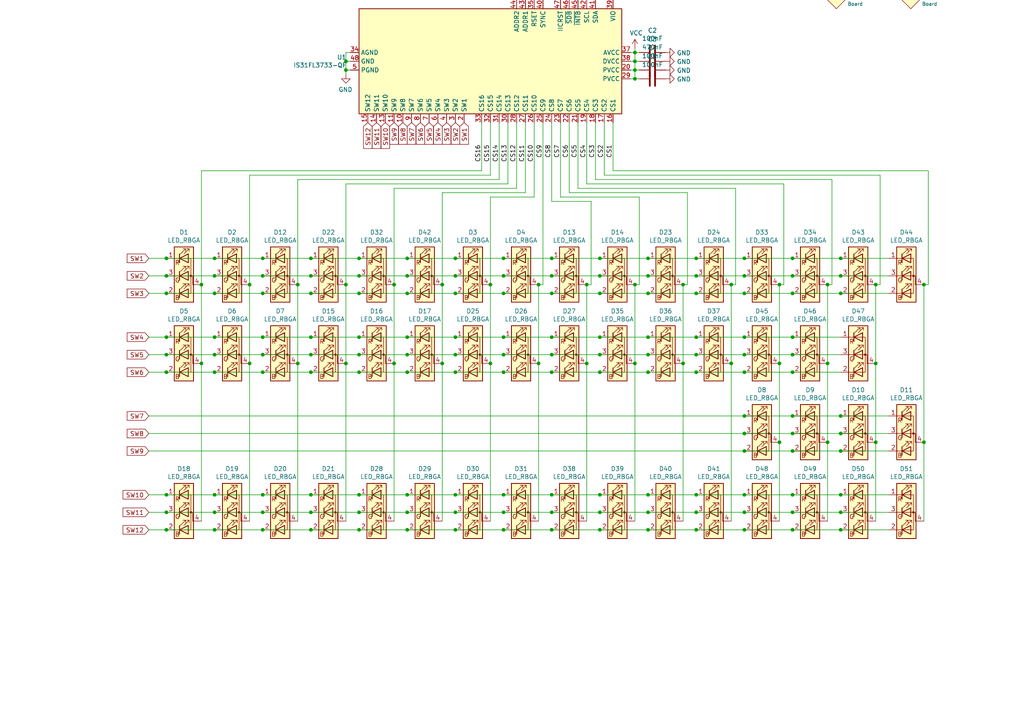
<source format=kicad_sch>
(kicad_sch (version 20211123) (generator eeschema)
  (paper "A4")
  (lib_symbols
    (symbol "Connector:Conn_01x04_Female" (pin_names (offset 1.016) hide)
      (property "Reference" "J" (at 0 5.08 0))
      (property "Value" "Conn_01x04_Female" (at 0 -7.62 0))
      (symbol "Conn_01x04_Female_1_1"
        (pin passive line (at -5.08 2.54 0) (length 3.81) (name "Pin_1") (number "1"))
        (pin passive line (at -5.08 0 0) (length 3.81) (name "Pin_2") (number "2"))
        (pin passive line (at -5.08 -2.54 0) (length 3.81) (name "Pin_3") (number "3"))
        (pin passive line (at -5.08 -5.08 0) (length 3.81) (name "Pin_4") (number "4"))
      )
    )
    (symbol "Device:C" (pin_numbers hide) (pin_names (offset 0.254))
      (property "Reference" "C" (at 0.635 2.54 0))
      (property "Value" "C" (at 0.635 -2.54 0))
      (symbol "C_1_1"
        (pin passive line (at 0 3.81 270) (length 2.794) (name "~") (number "1"))
        (pin passive line (at 0 -3.81 90) (length 2.794) (name "~") (number "2"))
      )
    )
    (symbol "Device:R" (pin_numbers hide) (pin_names (offset 0))
      (property "Reference" "R" (at 2.032 0 90))
      (property "Value" "R" (at 0 0 90))
      (symbol "R_1_1"
        (pin passive line (at 0 3.81 270) (length 1.27) (name "~") (number "1"))
        (pin passive line (at 0 -3.81 90) (length 1.27) (name "~") (number "2"))
      )
    )
    (symbol "Driver_LED:IS31FL3733-QF"
      (property "Reference" "U" (at 0 1.27 0))
      (property "Value" "IS31FL3733-QF" (at 0 -1.27 0))
      (symbol "IS31FL3733-QF_1_1"
        (pin no_connect line (at -15.24 -33.02 0) (length 2.54) hide (name "NC") (number "1"))
        (pin input line (at 17.78 -25.4 180) (length 2.54) (name "SW8") (number "10"))
        (pin input line (at 17.78 -27.94 180) (length 2.54) (name "SW9") (number "11"))
        (pin passive line (at 2.54 -40.64 90) (length 2.54) hide (name "PGND") (number "12"))
        (pin input line (at 17.78 -30.48 180) (length 2.54) (name "SW10") (number "13"))
        (pin input line (at 17.78 -33.02 180) (length 2.54) (name "SW11") (number "14"))
        (pin input line (at 17.78 -35.56 180) (length 2.54) (name "SW12") (number "15"))
        (pin output line (at 17.78 35.56 180) (length 2.54) (name "CS1") (number "16"))
        (pin output line (at 17.78 33.02 180) (length 2.54) (name "CS2") (number "17"))
        (pin output line (at 17.78 30.48 180) (length 2.54) (name "CS3") (number "18"))
        (pin output line (at 17.78 27.94 180) (length 2.54) (name "CS4") (number "19"))
        (pin input line (at 17.78 -7.62 180) (length 2.54) (name "SW1") (number "2"))
        (pin power_in line (at 2.54 40.64 270) (length 2.54) (name "PVCC") (number "20"))
        (pin output line (at 17.78 25.4 180) (length 2.54) (name "CS5") (number "21"))
        (pin output line (at 17.78 22.86 180) (length 2.54) (name "CS6") (number "22"))
        (pin output line (at 17.78 20.32 180) (length 2.54) (name "CS7") (number "23"))
        (pin output line (at 17.78 17.78 180) (length 2.54) (name "CS8") (number "24"))
        (pin output line (at 17.78 15.24 180) (length 2.54) (name "CS9") (number "25"))
        (pin output line (at 17.78 12.7 180) (length 2.54) (name "CS10") (number "26"))
        (pin output line (at 17.78 10.16 180) (length 2.54) (name "CS11") (number "27"))
        (pin output line (at 17.78 7.62 180) (length 2.54) (name "CS12") (number "28"))
        (pin power_in line (at 5.08 40.64 270) (length 2.54) (name "PVCC") (number "29"))
        (pin input line (at 17.78 -10.16 180) (length 2.54) (name "SW2") (number "3"))
        (pin output line (at 17.78 5.08 180) (length 2.54) (name "CS13") (number "30"))
        (pin output line (at 17.78 2.54 180) (length 2.54) (name "CS14") (number "31"))
        (pin output line (at 17.78 0 180) (length 2.54) (name "CS15") (number "32"))
        (pin output line (at 17.78 -2.54 180) (length 2.54) (name "CS16") (number "33"))
        (pin power_in line (at -2.54 -40.64 90) (length 2.54) (name "AGND") (number "34"))
        (pin passive line (at -17.78 12.7 0) (length 2.54) (name "RSET") (number "35"))
        (pin no_connect line (at -15.24 -35.56 0) (length 2.54) hide (name "NC") (number "36"))
        (pin power_in line (at -2.54 40.64 270) (length 2.54) (name "AVCC") (number "37"))
        (pin power_in line (at 0 40.64 270) (length 2.54) (name "DVCC") (number "38"))
        (pin input line (at -17.78 35.56 0) (length 2.54) (name "VIO") (number "39"))
        (pin input line (at 17.78 -12.7 180) (length 2.54) (name "SW3") (number "4"))
        (pin input line (at -17.78 15.24 0) (length 2.54) (name "SYNC") (number "40"))
        (pin bidirectional line (at -17.78 30.48 0) (length 2.54) (name "SDA") (number "41"))
        (pin input line (at -17.78 27.94 0) (length 2.54) (name "SCL") (number "42"))
        (pin input line (at -17.78 10.16 0) (length 2.54) (name "ADDR1") (number "43"))
        (pin input line (at -17.78 7.62 0) (length 2.54) (name "ADDR2") (number "44"))
        (pin open_collector line (at -17.78 25.4 0) (length 2.54) (name "~{INTB}") (number "45"))
        (pin input line (at -17.78 22.86 0) (length 2.54) (name "~{SDB}") (number "46"))
        (pin input line (at -17.78 20.32 0) (length 2.54) (name "IICRST") (number "47"))
        (pin power_in line (at 0 -40.64 90) (length 2.54) (name "GND") (number "48"))
        (pin passive line (at 0 -40.64 90) (length 2.54) hide (name "GND") (number "49"))
        (pin power_in line (at 2.54 -40.64 90) (length 2.54) (name "PGND") (number "5"))
        (pin input line (at 17.78 -15.24 180) (length 2.54) (name "SW4") (number "6"))
        (pin input line (at 17.78 -17.78 180) (length 2.54) (name "SW5") (number "7"))
        (pin input line (at 17.78 -20.32 180) (length 2.54) (name "SW6") (number "8"))
        (pin input line (at 17.78 -22.86 180) (length 2.54) (name "SW7") (number "9"))
      )
    )
    (symbol "dodecahedron_boards:Board" (pin_names (offset 1.016))
      (property "Reference" "U" (at 0 1.27 0))
      (property "Value" "Board" (at 0 0 0))
    )
    (symbol "dodecahedron_boards:Jumper4" (pin_names (offset 1.016))
      (property "Reference" "U" (at 0 6.35 0))
      (property "Value" "Jumper4" (at 0 -6.35 0))
      (symbol "Jumper4_1_1"
        (pin input line (at -8.89 3.81 0) (length 2.54) (name "Pos1") (number "1"))
        (pin input line (at -8.89 1.27 0) (length 2.54) (name "Pos2") (number "2"))
        (pin input line (at -8.89 -1.27 0) (length 2.54) (name "Pos3") (number "3"))
        (pin input line (at -8.89 -3.81 0) (length 2.54) (name "Pos4") (number "4"))
        (pin input line (at 10.16 3.81 180) (length 2.54) (name "Switch") (number "5"))
      )
    )
    (symbol "dodecahedron_boards:LED_RBGA" (pin_names (offset 0) hide)
      (property "Reference" "D" (at 0 9.398 0))
      (property "Value" "LED_RBGA" (at 0 -8.89 0))
      (symbol "LED_RBGA_0_0"
        (text "B" (at -1.905 -6.35 0) (effects (font (size 1.27 1.27))))
        (text "G" (at -1.905 -1.27 0) (effects (font (size 1.27 1.27))))
        (text "R" (at -1.905 3.81 0) (effects (font (size 1.27 1.27))))
      )
      (symbol "LED_RBGA_1_1"
        (pin passive line (at -5.08 5.08 0) (length 2.54) (name "RK") (number "1"))
        (pin passive line (at -5.08 -5.08 0) (length 2.54) (name "BK") (number "2"))
        (pin passive line (at -5.08 0 0) (length 2.54) (name "GK") (number "3"))
        (pin passive line (at 5.08 -2.54 180) (length 2.54) (name "A") (number "4"))
      )
    )
    (symbol "power:GND" (power) (pin_names (offset 0))
      (property "Value" "GND" (at 0 -3.81 0))
      (symbol "GND_1_1"
        (pin power_in line (at 0 0 270) (length 0) hide (name "GND") (number "1"))
      )
    )
    (symbol "power:VCC" (power) (pin_names (offset 0))
      (property "Value" "VCC" (at 0 3.81 0))
      (symbol "VCC_1_1"
        (pin power_in line (at 0 0 90) (length 0) hide (name "VCC") (number "1"))
      )
    )
  )
  (junction (at 62.23 102.87))
  (junction (at 173.99 148.59))
  (junction (at 198.12 105.41))
  (junction (at 156.21 82.55))
  (junction (at 215.9 120.65))
  (junction (at 132.08 102.87))
  (junction (at 215.9 80.01))
  (junction (at 76.2 143.51))
  (junction (at 215.9 148.59))
  (junction (at 48.26 153.67))
  (junction (at 243.84 148.59))
  (junction (at 62.23 80.01))
  (junction (at 243.84 153.67))
  (junction (at 267.97 82.55))
  (junction (at 142.24 105.41))
  (junction (at 62.23 97.79))
  (junction (at 170.18 -12.7))
  (junction (at 128.27 105.41))
  (junction (at 90.17 97.79))
  (junction (at 198.12 82.55))
  (junction (at 212.09 82.55))
  (junction (at 86.36 82.55))
  (junction (at 229.87 74.93))
  (junction (at 104.14 102.87))
  (junction (at 132.08 148.59))
  (junction (at 177.8 -12.7))
  (junction (at 215.9 97.79))
  (junction (at 104.14 148.59))
  (junction (at 243.84 80.01))
  (junction (at 172.72 -12.7))
  (junction (at 173.99 74.93))
  (junction (at 76.2 148.59))
  (junction (at 90.17 107.95))
  (junction (at 100.33 105.41))
  (junction (at 254 105.41))
  (junction (at 48.26 107.95))
  (junction (at 118.11 97.79))
  (junction (at 160.02 107.95))
  (junction (at 90.17 102.87))
  (junction (at 173.99 80.01))
  (junction (at 243.84 74.93))
  (junction (at 187.96 107.95))
  (junction (at 76.2 97.79))
  (junction (at 128.27 82.55))
  (junction (at 173.99 143.51))
  (junction (at 48.26 148.59))
  (junction (at 243.84 125.73))
  (junction (at 215.9 85.09))
  (junction (at 62.23 148.59))
  (junction (at 76.2 80.01))
  (junction (at 146.05 143.51))
  (junction (at 187.96 74.93))
  (junction (at 187.96 153.67))
  (junction (at 243.84 120.65))
  (junction (at 48.26 143.51))
  (junction (at 175.26 -12.7))
  (junction (at 240.03 105.41))
  (junction (at 104.14 97.79))
  (junction (at 173.99 107.95))
  (junction (at 156.21 105.41))
  (junction (at 86.36 105.41))
  (junction (at 72.39 105.41))
  (junction (at 229.87 120.65))
  (junction (at 76.2 85.09))
  (junction (at 201.93 143.51))
  (junction (at 229.87 97.79))
  (junction (at 187.96 148.59))
  (junction (at 184.15 22.86))
  (junction (at 215.9 130.81))
  (junction (at 160.02 80.01))
  (junction (at 229.87 125.73))
  (junction (at 90.17 148.59))
  (junction (at 100.33 20.32))
  (junction (at 173.99 102.87))
  (junction (at 132.08 107.95))
  (junction (at 243.84 143.51))
  (junction (at 90.17 85.09))
  (junction (at 187.96 102.87))
  (junction (at 226.06 82.55))
  (junction (at 90.17 143.51))
  (junction (at 212.09 105.41))
  (junction (at 160.02 85.09))
  (junction (at 160.02 143.51))
  (junction (at 118.11 80.01))
  (junction (at 132.08 153.67))
  (junction (at 187.96 97.79))
  (junction (at 48.26 85.09))
  (junction (at 132.08 74.93))
  (junction (at 177.8 -2.54))
  (junction (at 215.9 74.93))
  (junction (at 118.11 143.51))
  (junction (at 243.84 85.09))
  (junction (at 62.23 153.67))
  (junction (at 146.05 153.67))
  (junction (at 215.9 107.95))
  (junction (at 184.15 15.24))
  (junction (at 76.2 102.87))
  (junction (at 118.11 74.93))
  (junction (at 215.9 153.67))
  (junction (at 229.87 85.09))
  (junction (at 243.84 130.81))
  (junction (at 146.05 148.59))
  (junction (at 132.08 143.51))
  (junction (at 142.24 82.55))
  (junction (at 201.93 74.93))
  (junction (at 229.87 80.01))
  (junction (at 201.93 153.67))
  (junction (at 114.3 105.41))
  (junction (at 215.9 102.87))
  (junction (at 226.06 105.41))
  (junction (at 201.93 102.87))
  (junction (at 173.99 97.79))
  (junction (at 146.05 97.79))
  (junction (at 160.02 148.59))
  (junction (at 76.2 107.95))
  (junction (at 240.03 82.55))
  (junction (at 90.17 80.01))
  (junction (at 229.87 143.51))
  (junction (at 146.05 85.09))
  (junction (at 58.42 105.41))
  (junction (at 160.02 97.79))
  (junction (at 173.99 153.67))
  (junction (at 76.2 74.93))
  (junction (at 201.93 97.79))
  (junction (at 100.33 17.78))
  (junction (at 229.87 153.67))
  (junction (at 173.99 85.09))
  (junction (at 187.96 143.51))
  (junction (at 132.08 85.09))
  (junction (at 215.9 143.51))
  (junction (at 62.23 85.09))
  (junction (at 201.93 148.59))
  (junction (at 146.05 80.01))
  (junction (at 170.18 82.55))
  (junction (at 104.14 80.01))
  (junction (at 254 128.27))
  (junction (at 201.93 107.95))
  (junction (at 62.23 107.95))
  (junction (at 184.15 17.78))
  (junction (at 118.11 148.59))
  (junction (at 229.87 107.95))
  (junction (at 170.18 105.41))
  (junction (at 62.23 74.93))
  (junction (at 162.56 -17.78))
  (junction (at 114.3 82.55))
  (junction (at 118.11 107.95))
  (junction (at 132.08 80.01))
  (junction (at 184.15 105.41))
  (junction (at 240.03 128.27))
  (junction (at 184.15 82.55))
  (junction (at 48.26 97.79))
  (junction (at 48.26 80.01))
  (junction (at 187.96 80.01))
  (junction (at 100.33 82.55))
  (junction (at 146.05 102.87))
  (junction (at 58.42 82.55))
  (junction (at 104.14 85.09))
  (junction (at 132.08 97.79))
  (junction (at 48.26 74.93))
  (junction (at 104.14 107.95))
  (junction (at 146.05 74.93))
  (junction (at 76.2 153.67))
  (junction (at 201.93 85.09))
  (junction (at 229.87 130.81))
  (junction (at 160.02 153.67))
  (junction (at 62.23 143.51))
  (junction (at 104.14 153.67))
  (junction (at 90.17 74.93))
  (junction (at 146.05 107.95))
  (junction (at 254 82.55))
  (junction (at 229.87 102.87))
  (junction (at 72.39 82.55))
  (junction (at 160.02 102.87))
  (junction (at 226.06 128.27))
  (junction (at 201.93 80.01))
  (junction (at 104.14 74.93))
  (junction (at 118.11 85.09))
  (junction (at 48.26 102.87))
  (junction (at 187.96 85.09))
  (junction (at 160.02 74.93))
  (junction (at 267.97 128.27))
  (junction (at 215.9 125.73))
  (junction (at 229.87 148.59))
  (junction (at 154.94 -17.78))
  (junction (at 118.11 102.87))
  (junction (at 118.11 153.67))
  (junction (at 184.15 20.32))
  (junction (at 90.17 153.67))
  (junction (at 104.14 143.51))
  (wire (pts (xy 170.18 53.34) (xy 170.18 35.56)))
  (wire (pts (xy 243.84 153.67) (xy 257.81 153.67)))
  (wire (pts (xy 165.1 -17.78) (xy 165.1 -16.51)))
  (wire (pts (xy 201.93 80.01) (xy 187.96 80.01)))
  (wire (pts (xy 165.1 0) (xy 165.1 -8.89)))
  (wire (pts (xy 212.09 105.41) (xy 212.09 82.55)))
  (wire (pts (xy 215.9 153.67) (xy 229.87 153.67)))
  (wire (pts (xy 132.08 97.79) (xy 146.05 97.79)))
  (wire (pts (xy 101.6 20.32) (xy 100.33 20.32)))
  (wire (pts (xy 104.14 74.93) (xy 90.17 74.93)))
  (wire (pts (xy 187.96 153.67) (xy 201.93 153.67)))
  (wire (pts (xy 198.12 105.41) (xy 198.12 82.55)))
  (wire (pts (xy 146.05 107.95) (xy 132.08 107.95)))
  (wire (pts (xy 184.15 20.32) (xy 184.15 17.78)))
  (wire (pts (xy 243.84 74.93) (xy 229.87 74.93)))
  (wire (pts (xy 104.14 102.87) (xy 118.11 102.87)))
  (wire (pts (xy 254 151.13) (xy 254 128.27)))
  (wire (pts (xy 58.42 105.41) (xy 58.42 82.55)))
  (wire (pts (xy 149.86 -8.89) (xy 149.86 0)))
  (wire (pts (xy 201.93 102.87) (xy 215.9 102.87)))
  (wire (pts (xy 114.3 151.13) (xy 114.3 105.41)))
  (wire (pts (xy 229.87 130.81) (xy 215.9 130.81)))
  (wire (pts (xy 43.18 153.67) (xy 48.26 153.67)))
  (wire (pts (xy 267.97 82.55) (xy 269.24 82.55)))
  (wire (pts (xy 128.27 82.55) (xy 128.27 55.88)))
  (wire (pts (xy 90.17 80.01) (xy 76.2 80.01)))
  (wire (pts (xy 76.2 148.59) (xy 62.23 148.59)))
  (wire (pts (xy 241.3 82.55) (xy 241.3 52.07)))
  (wire (pts (xy 101.6 15.24) (xy 100.33 15.24)))
  (wire (pts (xy 156.21 151.13) (xy 156.21 105.41)))
  (wire (pts (xy 227.33 82.55) (xy 227.33 53.34)))
  (wire (pts (xy 177.8 0) (xy 177.8 -2.54)))
  (wire (pts (xy 62.23 153.67) (xy 76.2 153.67)))
  (wire (pts (xy 187.96 102.87) (xy 201.93 102.87)))
  (wire (pts (xy 201.93 153.67) (xy 215.9 153.67)))
  (wire (pts (xy 142.24 151.13) (xy 142.24 105.41)))
  (wire (pts (xy 229.87 107.95) (xy 215.9 107.95)))
  (wire (pts (xy 185.42 20.32) (xy 184.15 20.32)))
  (wire (pts (xy 48.26 148.59) (xy 43.18 148.59)))
  (wire (pts (xy 62.23 85.09) (xy 48.26 85.09)))
  (wire (pts (xy 48.26 153.67) (xy 62.23 153.67)))
  (wire (pts (xy 215.9 85.09) (xy 201.93 85.09)))
  (wire (pts (xy 76.2 143.51) (xy 62.23 143.51)))
  (wire (pts (xy 170.18 151.13) (xy 170.18 105.41)))
  (wire (pts (xy 104.14 97.79) (xy 118.11 97.79)))
  (wire (pts (xy 226.06 105.41) (xy 226.06 82.55)))
  (wire (pts (xy 104.14 143.51) (xy 90.17 143.51)))
  (wire (pts (xy 184.15 82.55) (xy 185.42 82.55)))
  (wire (pts (xy 86.36 52.07) (xy 144.78 52.07)))
  (wire (pts (xy 162.56 -16.51) (xy 162.56 -17.78)))
  (wire (pts (xy 58.42 82.55) (xy 58.42 49.53)))
  (wire (pts (xy 229.87 74.93) (xy 215.9 74.93)))
  (wire (pts (xy 86.36 151.13) (xy 86.36 105.41)))
  (wire (pts (xy 243.84 107.95) (xy 229.87 107.95)))
  (wire (pts (xy 187.96 85.09) (xy 173.99 85.09)))
  (wire (pts (xy 72.39 50.8) (xy 142.24 50.8)))
  (wire (pts (xy 62.23 74.93) (xy 48.26 74.93)))
  (wire (pts (xy 128.27 151.13) (xy 128.27 105.41)))
  (wire (pts (xy 90.17 107.95) (xy 76.2 107.95)))
  (wire (pts (xy 257.81 85.09) (xy 243.84 85.09)))
  (wire (pts (xy 160.02 143.51) (xy 146.05 143.51)))
  (wire (pts (xy 187.96 74.93) (xy 173.99 74.93)))
  (wire (pts (xy 146.05 74.93) (xy 132.08 74.93)))
  (wire (pts (xy 243.84 148.59) (xy 229.87 148.59)))
  (wire (pts (xy 62.23 102.87) (xy 76.2 102.87)))
  (wire (pts (xy 104.14 85.09) (xy 90.17 85.09)))
  (wire (pts (xy 86.36 105.41) (xy 86.36 82.55)))
  (wire (pts (xy 142.24 57.15) (xy 154.94 57.15)))
  (wire (pts (xy 170.18 53.34) (xy 227.33 53.34)))
  (wire (pts (xy 182.88 22.86) (xy 184.15 22.86)))
  (wire (pts (xy 100.33 15.24) (xy 100.33 17.78)))
  (wire (pts (xy 114.3 105.41) (xy 114.3 82.55)))
  (wire (pts (xy 201.93 143.51) (xy 187.96 143.51)))
  (wire (pts (xy 269.24 82.55) (xy 269.24 49.53)))
  (wire (pts (xy 157.48 35.56) (xy 157.48 82.55)))
  (wire (pts (xy 177.8 -2.54) (xy 177.8 -6.35)))
  (wire (pts (xy 215.9 107.95) (xy 201.93 107.95)))
  (wire (pts (xy 118.11 102.87) (xy 132.08 102.87)))
  (wire (pts (xy 90.17 153.67) (xy 104.14 153.67)))
  (wire (pts (xy 173.99 85.09) (xy 160.02 85.09)))
  (wire (pts (xy 43.18 97.79) (xy 48.26 97.79)))
  (wire (pts (xy 257.81 130.81) (xy 243.84 130.81)))
  (wire (pts (xy 76.2 102.87) (xy 90.17 102.87)))
  (wire (pts (xy 76.2 85.09) (xy 62.23 85.09)))
  (wire (pts (xy 90.17 102.87) (xy 104.14 102.87)))
  (wire (pts (xy 229.87 97.79) (xy 243.84 97.79)))
  (wire (pts (xy 142.24 82.55) (xy 142.24 57.15)))
  (wire (pts (xy 162.56 57.15) (xy 185.42 57.15)))
  (wire (pts (xy 240.03 82.55) (xy 241.3 82.55)))
  (wire (pts (xy 243.84 130.81) (xy 229.87 130.81)))
  (wire (pts (xy 118.11 143.51) (xy 104.14 143.51)))
  (wire (pts (xy 154.94 -8.89) (xy 154.94 0)))
  (wire (pts (xy 215.9 143.51) (xy 201.93 143.51)))
  (wire (pts (xy 243.84 143.51) (xy 229.87 143.51)))
  (wire (pts (xy 187.96 143.51) (xy 173.99 143.51)))
  (wire (pts (xy 215.9 130.81) (xy 43.18 130.81)))
  (wire (pts (xy 229.87 153.67) (xy 243.84 153.67)))
  (wire (pts (xy 173.99 107.95) (xy 160.02 107.95)))
  (wire (pts (xy 229.87 143.51) (xy 215.9 143.51)))
  (wire (pts (xy 162.56 0) (xy 162.56 -8.89)))
  (wire (pts (xy 118.11 85.09) (xy 104.14 85.09)))
  (wire (pts (xy 156.21 82.55) (xy 157.48 82.55)))
  (wire (pts (xy 184.15 22.86) (xy 185.42 22.86)))
  (wire (pts (xy 173.99 102.87) (xy 187.96 102.87)))
  (wire (pts (xy 62.23 107.95) (xy 48.26 107.95)))
  (wire (pts (xy 172.72 52.07) (xy 241.3 52.07)))
  (wire (pts (xy 100.33 17.78) (xy 100.33 20.32)))
  (wire (pts (xy 187.96 107.95) (xy 173.99 107.95)))
  (wire (pts (xy 104.14 153.67) (xy 118.11 153.67)))
  (wire (pts (xy 146.05 102.87) (xy 160.02 102.87)))
  (wire (pts (xy 146.05 97.79) (xy 160.02 97.79)))
  (wire (pts (xy 171.45 58.42) (xy 171.45 82.55)))
  (wire (pts (xy 90.17 74.93) (xy 76.2 74.93)))
  (wire (pts (xy 215.9 97.79) (xy 229.87 97.79)))
  (wire (pts (xy 162.56 -17.78) (xy 165.1 -17.78)))
  (wire (pts (xy 167.64 54.61) (xy 213.36 54.61)))
  (wire (pts (xy 173.99 74.93) (xy 160.02 74.93)))
  (wire (pts (xy 226.06 128.27) (xy 226.06 105.41)))
  (wire (pts (xy 152.4 -8.89) (xy 152.4 0)))
  (wire (pts (xy 177.8 -2.54) (xy 180.34 -2.54)))
  (wire (pts (xy 212.09 82.55) (xy 213.36 82.55)))
  (wire (pts (xy 226.06 151.13) (xy 226.06 128.27)))
  (wire (pts (xy 72.39 82.55) (xy 72.39 50.8)))
  (wire (pts (xy 160.02 148.59) (xy 146.05 148.59)))
  (wire (pts (xy 142.24 105.41) (xy 142.24 82.55)))
  (wire (pts (xy 114.3 54.61) (xy 149.86 54.61)))
  (wire (pts (xy 198.12 151.13) (xy 198.12 105.41)))
  (wire (pts (xy 184.15 151.13) (xy 184.15 105.41)))
  (wire (pts (xy 104.14 148.59) (xy 90.17 148.59)))
  (wire (pts (xy 139.7 49.53) (xy 139.7 35.56)))
  (wire (pts (xy 118.11 74.93) (xy 104.14 74.93)))
  (wire (pts (xy 201.93 97.79) (xy 215.9 97.79)))
  (wire (pts (xy 226.06 82.55) (xy 227.33 82.55)))
  (wire (pts (xy 160.02 80.01) (xy 146.05 80.01)))
  (wire (pts (xy 104.14 107.95) (xy 90.17 107.95)))
  (wire (pts (xy 146.05 148.59) (xy 132.08 148.59)))
  (wire (pts (xy 132.08 148.59) (xy 118.11 148.59)))
  (wire (pts (xy 215.9 120.65) (xy 43.18 120.65)))
  (wire (pts (xy 165.1 55.88) (xy 199.39 55.88)))
  (wire (pts (xy 229.87 85.09) (xy 215.9 85.09)))
  (wire (pts (xy 213.36 82.55) (xy 213.36 54.61)))
  (wire (pts (xy 142.24 50.8) (xy 142.24 35.56)))
  (wire (pts (xy 255.27 82.55) (xy 255.27 50.8)))
  (wire (pts (xy 100.33 105.41) (xy 100.33 82.55)))
  (wire (pts (xy 147.32 53.34) (xy 147.32 35.56)))
  (wire (pts (xy 184.15 17.78) (xy 184.15 15.24)))
  (wire (pts (xy 171.45 82.55) (xy 170.18 82.55)))
  (wire (pts (xy 160.02 58.42) (xy 160.02 35.56)))
  (wire (pts (xy 215.9 148.59) (xy 201.93 148.59)))
  (wire (pts (xy 132.08 143.51) (xy 118.11 143.51)))
  (wire (pts (xy 76.2 80.01) (xy 62.23 80.01)))
  (wire (pts (xy 132.08 107.95) (xy 118.11 107.95)))
  (wire (pts (xy 185.42 15.24) (xy 184.15 15.24)))
  (wire (pts (xy 76.2 107.95) (xy 62.23 107.95)))
  (wire (pts (xy 48.26 80.01) (xy 43.18 80.01)))
  (wire (pts (xy 118.11 107.95) (xy 104.14 107.95)))
  (wire (pts (xy 152.4 55.88) (xy 152.4 35.56)))
  (wire (pts (xy 212.09 151.13) (xy 212.09 105.41)))
  (wire (pts (xy 128.27 55.88) (xy 152.4 55.88)))
  (wire (pts (xy 240.03 128.27) (xy 240.03 105.41)))
  (wire (pts (xy 187.96 148.59) (xy 173.99 148.59)))
  (wire (pts (xy 257.81 120.65) (xy 243.84 120.65)))
  (wire (pts (xy 198.12 82.55) (xy 199.39 82.55)))
  (wire (pts (xy 229.87 80.01) (xy 215.9 80.01)))
  (wire (pts (xy 132.08 102.87) (xy 146.05 102.87)))
  (wire (pts (xy 90.17 148.59) (xy 76.2 148.59)))
  (wire (pts (xy 201.93 148.59) (xy 187.96 148.59)))
  (wire (pts (xy 144.78 52.07) (xy 144.78 35.56)))
  (wire (pts (xy 76.2 153.67) (xy 90.17 153.67)))
  (wire (pts (xy 72.39 151.13) (xy 72.39 105.41)))
  (wire (pts (xy 267.97 128.27) (xy 267.97 82.55)))
  (wire (pts (xy 154.94 57.15) (xy 154.94 35.56)))
  (wire (pts (xy 170.18 105.41) (xy 170.18 82.55)))
  (wire (pts (xy 173.99 148.59) (xy 160.02 148.59)))
  (wire (pts (xy 118.11 148.59) (xy 104.14 148.59)))
  (wire (pts (xy 184.15 20.32) (xy 182.88 20.32)))
  (wire (pts (xy 177.8 49.53) (xy 269.24 49.53)))
  (wire (pts (xy 160.02 97.79) (xy 173.99 97.79)))
  (wire (pts (xy 254 105.41) (xy 254 82.55)))
  (wire (pts (xy 215.9 74.93) (xy 201.93 74.93)))
  (wire (pts (xy 162.56 57.15) (xy 162.56 35.56)))
  (wire (pts (xy 201.93 107.95) (xy 187.96 107.95)))
  (wire (pts (xy 167.64 -8.89) (xy 167.64 0)))
  (wire (pts (xy 76.2 74.93) (xy 62.23 74.93)))
  (wire (pts (xy 184.15 22.86) (xy 184.15 20.32)))
  (wire (pts (xy 154.94 -17.78) (xy 153.67 -17.78)))
  (wire (pts (xy 172.72 0) (xy 172.72 -12.7)))
  (wire (pts (xy 62.23 148.59) (xy 48.26 148.59)))
  (wire (pts (xy 100.33 82.55) (xy 100.33 53.34)))
  (wire (pts (xy 100.33 151.13) (xy 100.33 105.41)))
  (wire (pts (xy 185.42 82.55) (xy 185.42 57.15)))
  (wire (pts (xy 128.27 105.41) (xy 128.27 82.55)))
  (wire (pts (xy 160.02 153.67) (xy 173.99 153.67)))
  (wire (pts (xy 187.96 80.01) (xy 173.99 80.01)))
  (wire (pts (xy 243.84 120.65) (xy 229.87 120.65)))
  (wire (pts (xy 58.42 151.13) (xy 58.42 105.41)))
  (wire (pts (xy 132.08 74.93) (xy 118.11 74.93)))
  (wire (pts (xy 229.87 125.73) (xy 215.9 125.73)))
  (wire (pts (xy 160.02 58.42) (xy 171.45 58.42)))
  (wire (pts (xy 201.93 74.93) (xy 187.96 74.93)))
  (wire (pts (xy 154.94 -16.51) (xy 154.94 -17.78)))
  (wire (pts (xy 118.11 97.79) (xy 132.08 97.79)))
  (wire (pts (xy 146.05 153.67) (xy 160.02 153.67)))
  (wire (pts (xy 173.99 97.79) (xy 187.96 97.79)))
  (wire (pts (xy 62.23 143.51) (xy 48.26 143.51)))
  (wire (pts (xy 240.03 151.13) (xy 240.03 128.27)))
  (wire (pts (xy 160.02 107.95) (xy 146.05 107.95)))
  (wire (pts (xy 114.3 82.55) (xy 114.3 54.61)))
  (wire (pts (xy 254 128.27) (xy 254 105.41)))
  (wire (pts (xy 215.9 80.01) (xy 201.93 80.01)))
  (wire (pts (xy 118.11 153.67) (xy 132.08 153.67)))
  (wire (pts (xy 160.02 85.09) (xy 146.05 85.09)))
  (wire (pts (xy 172.72 35.56) (xy 172.72 52.07)))
  (wire (pts (xy 43.18 102.87) (xy 48.26 102.87)))
  (wire (pts (xy 175.26 50.8) (xy 175.26 35.56)))
  (wire (pts (xy 201.93 85.09) (xy 187.96 85.09)))
  (wire (pts (xy 229.87 120.65) (xy 215.9 120.65)))
  (wire (pts (xy 177.8 -6.35) (xy 180.34 -6.35)))
  (wire (pts (xy 48.26 107.95) (xy 43.18 107.95)))
  (wire (pts (xy 215.9 102.87) (xy 229.87 102.87)))
  (wire (pts (xy 243.84 125.73) (xy 229.87 125.73)))
  (wire (pts (xy 254 82.55) (xy 255.27 82.55)))
  (wire (pts (xy 173.99 143.51) (xy 160.02 143.51)))
  (wire (pts (xy 72.39 105.41) (xy 72.39 82.55)))
  (wire (pts (xy 160.02 102.87) (xy 173.99 102.87)))
  (wire (pts (xy 185.42 17.78) (xy 184.15 17.78)))
  (wire (pts (xy 146.05 80.01) (xy 132.08 80.01)))
  (wire (pts (xy 173.99 153.67) (xy 187.96 153.67)))
  (wire (pts (xy 184.15 105.41) (xy 184.15 82.55)))
  (wire (pts (xy 154.94 -17.78) (xy 162.56 -17.78)))
  (wire (pts (xy 177.8 49.53) (xy 177.8 35.56)))
  (wire (pts (xy 149.86 54.61) (xy 149.86 35.56)))
  (wire (pts (xy 267.97 151.13) (xy 267.97 128.27)))
  (wire (pts (xy 257.81 125.73) (xy 243.84 125.73)))
  (wire (pts (xy 173.99 80.01) (xy 160.02 80.01)))
  (wire (pts (xy 187.96 97.79) (xy 201.93 97.79)))
  (wire (pts (xy 160.02 74.93) (xy 146.05 74.93)))
  (wire (pts (xy 132.08 80.01) (xy 118.11 80.01)))
  (wire (pts (xy 257.81 148.59) (xy 243.84 148.59)))
  (wire (pts (xy 167.64 54.61) (xy 167.64 35.56)))
  (wire (pts (xy 257.81 143.51) (xy 243.84 143.51)))
  (wire (pts (xy 146.05 143.51) (xy 132.08 143.51)))
  (wire (pts (xy 118.11 80.01) (xy 104.14 80.01)))
  (wire (pts (xy 243.84 80.01) (xy 229.87 80.01)))
  (wire (pts (xy 48.26 102.87) (xy 62.23 102.87)))
  (wire (pts (xy 86.36 52.07) (xy 86.36 82.55)))
  (wire (pts (xy 90.17 143.51) (xy 76.2 143.51)))
  (wire (pts (xy 48.26 143.51) (xy 43.18 143.51)))
  (wire (pts (xy 215.9 125.73) (xy 43.18 125.73)))
  (wire (pts (xy 58.42 49.53) (xy 139.7 49.53)))
  (wire (pts (xy 184.15 17.78) (xy 182.88 17.78)))
  (wire (pts (xy 184.15 15.24) (xy 182.88 15.24)))
  (wire (pts (xy 229.87 102.87) (xy 243.84 102.87)))
  (wire (pts (xy 90.17 97.79) (xy 104.14 97.79)))
  (wire (pts (xy 240.03 105.41) (xy 240.03 82.55)))
  (wire (pts (xy 165.1 55.88) (xy 165.1 35.56)))
  (wire (pts (xy 229.87 148.59) (xy 215.9 148.59)))
  (wire (pts (xy 156.21 105.41) (xy 156.21 82.55)))
  (wire (pts (xy 100.33 20.32) (xy 100.33 21.59)))
  (wire (pts (xy 62.23 97.79) (xy 76.2 97.79)))
  (wire (pts (xy 104.14 80.01) (xy 90.17 80.01)))
  (wire (pts (xy 101.6 17.78) (xy 100.33 17.78)))
  (wire (pts (xy 48.26 97.79) (xy 62.23 97.79)))
  (wire (pts (xy 132.08 153.67) (xy 146.05 153.67)))
  (wire (pts (xy 146.05 85.09) (xy 132.08 85.09)))
  (wire (pts (xy 257.81 74.93) (xy 243.84 74.93)))
  (wire (pts (xy 170.18 -12.7) (xy 170.18 0)))
  (wire (pts (xy 62.23 80.01) (xy 48.26 80.01)))
  (wire (pts (xy 90.17 85.09) (xy 76.2 85.09)))
  (wire (pts (xy 48.26 85.09) (xy 43.18 85.09)))
  (wire (pts (xy 243.84 85.09) (xy 229.87 85.09)))
  (wire (pts (xy 184.15 13.97) (xy 184.15 15.24)))
  (wire (pts (xy 257.81 80.01) (xy 243.84 80.01)))
  (wire (pts (xy 175.26 50.8) (xy 255.27 50.8)))
  (wire (pts (xy 132.08 85.09) (xy 118.11 85.09)))
  (wire (pts (xy 76.2 97.79) (xy 90.17 97.79)))
  (wire (pts (xy 48.26 74.93) (xy 43.18 74.93)))
  (wire (pts (xy 199.39 82.55) (xy 199.39 55.88)))
  (wire (pts (xy 100.33 53.34) (xy 147.32 53.34)))
  (label "SDA" (at 172.72 -6.35 270))
  (label "SCL" (at 170.18 -6.35 270))
  (label "CS16" (at 139.7 41.91 270))
  (label "I2C_RST" (at 162.56 -1.27 90))
  (label "CS6" (at 165.1 41.91 270))
  (label "SDB" (at 165.1 -2.54 90))
  (label "CS13" (at 147.32 41.91 270))
  (label "CS2" (at 175.26 41.91 270))
  (label "CS14" (at 144.78 41.91 270))
  (label "addr1" (at 152.4 -7.62 270))
  (label "CS7" (at 162.56 41.91 270))
  (label "addr2" (at 149.86 -7.62 270))
  (label "INTB" (at 167.64 -2.54 90))
  (label "CS15" (at 142.24 41.91 270))
  (label "CS8" (at 160.02 41.91 270))
  (label "CS5" (at 167.64 41.91 270))
  (label "CS3" (at 172.72 41.91 270))
  (label "CS11" (at 152.4 41.91 270))
  (label "CS10" (at 154.94 41.91 270))
  (label "CS1" (at 177.8 41.91 270))
  (label "CS4" (at 170.18 41.91 270))
  (label "CS9" (at 157.48 41.91 270))
  (label "CS12" (at 149.86 41.91 270))
  (global_label "SW7" (shape input) (at 119.38 35.56 270) (property "Intersheet References" "${INTERSHEET_REFS}" (effects hide)))
  (global_label "SW3" (shape input) (at 43.18 85.09 180) (property "Intersheet References" "${INTERSHEET_REFS}" (effects hide)))
  (global_label "SW3" (shape input) (at 129.54 35.56 270) (property "Intersheet References" "${INTERSHEET_REFS}" (effects hide)))
  (global_label "SW11" (shape input) (at 43.18 148.59 180) (property "Intersheet References" "${INTERSHEET_REFS}" (effects hide)))
  (global_label "ADDR1" (shape input) (at 152.4 -8.89 90) (property "Intersheet References" "${INTERSHEET_REFS}" (effects hide)))
  (global_label "SW5" (shape input) (at 124.46 35.56 270) (property "Intersheet References" "${INTERSHEET_REFS}" (effects hide)))
  (global_label "SW9" (shape input) (at 43.18 130.81 180) (property "Intersheet References" "${INTERSHEET_REFS}" (effects hide)))
  (global_label "ADDR2" (shape input) (at 215.9 -58.42 0) (property "Intersheet References" "${INTERSHEET_REFS}" (effects hide)))
  (global_label "SDA" (shape input) (at 157.48 -53.34 180) (property "Intersheet References" "${INTERSHEET_REFS}" (effects hide)))
  (global_label "SW6" (shape input) (at 43.18 107.95 180) (property "Intersheet References" "${INTERSHEET_REFS}" (effects hide)))
  (global_label "SW4" (shape input) (at 43.18 97.79 180) (property "Intersheet References" "${INTERSHEET_REFS}" (effects hide)))
  (global_label "SCL" (shape input) (at 157.48 -50.8 180) (property "Intersheet References" "${INTERSHEET_REFS}" (effects hide)))
  (global_label "SW5" (shape input) (at 43.18 102.87 180) (property "Intersheet References" "${INTERSHEET_REFS}" (effects hide)))
  (global_label "SW12" (shape input) (at 43.18 153.67 180) (property "Intersheet References" "${INTERSHEET_REFS}" (effects hide)))
  (global_label "ADDR1" (shape input) (at 176.53 -58.42 0) (property "Intersheet References" "${INTERSHEET_REFS}" (effects hide)))
  (global_label "SW4" (shape input) (at 127 35.56 270) (property "Intersheet References" "${INTERSHEET_REFS}" (effects hide)))
  (global_label "SW9" (shape input) (at 114.3 35.56 270) (property "Intersheet References" "${INTERSHEET_REFS}" (effects hide)))
  (global_label "SW10" (shape input) (at 43.18 143.51 180) (property "Intersheet References" "${INTERSHEET_REFS}" (effects hide)))
  (global_label "SW12" (shape input) (at 106.68 35.56 270) (property "Intersheet References" "${INTERSHEET_REFS}" (effects hide)))
  (global_label "SW10" (shape input) (at 111.76 35.56 270) (property "Intersheet References" "${INTERSHEET_REFS}" (effects hide)))
  (global_label "SW11" (shape input) (at 109.22 35.56 270) (property "Intersheet References" "${INTERSHEET_REFS}" (effects hide)))
  (global_label "SW7" (shape input) (at 43.18 120.65 180) (property "Intersheet References" "${INTERSHEET_REFS}" (effects hide)))
  (global_label "SW8" (shape input) (at 116.84 35.56 270) (property "Intersheet References" "${INTERSHEET_REFS}" (effects hide)))
  (global_label "SW1" (shape input) (at 43.18 74.93 180) (property "Intersheet References" "${INTERSHEET_REFS}" (effects hide)))
  (global_label "SW8" (shape input) (at 43.18 125.73 180) (property "Intersheet References" "${INTERSHEET_REFS}" (effects hide)))
  (global_label "SW2" (shape input) (at 43.18 80.01 180) (property "Intersheet References" "${INTERSHEET_REFS}" (effects hide)))
  (global_label "SDA" (shape input) (at 196.85 -53.34 180) (property "Intersheet References" "${INTERSHEET_REFS}" (effects hide)))
  (global_label "SW2" (shape input) (at 132.08 35.56 270) (property "Intersheet References" "${INTERSHEET_REFS}" (effects hide)))
  (global_label "SW6" (shape input) (at 121.92 35.56 270) (property "Intersheet References" "${INTERSHEET_REFS}" (effects hide)))
  (global_label "SW1" (shape input) (at 134.62 35.56 270) (property "Intersheet References" "${INTERSHEET_REFS}" (effects hide)))
  (global_label "ADDR2" (shape input) (at 149.86 -8.89 90) (property "Intersheet References" "${INTERSHEET_REFS}" (effects hide)))
  (global_label "SCL" (shape input) (at 196.85 -50.8 180) (property "Intersheet References" "${INTERSHEET_REFS}" (effects hide)))
  (symbol (lib_id "dodecahedron_boards:LED_RBGA") (at 67.31 80.01 0) (unit 1)
    (property "Reference" "D2" (at 67.31 67.3862 0))
    (property "Value" "LED_RBGA" (at 67.31 69.6976 0))
    (property "Footprint" "dodecahedron_n4:B2020RGBA" (effects hide))
  )
  (symbol (lib_id "dodecahedron_boards:LED_RBGA") (at 81.28 102.87 0) (unit 1)
    (property "Reference" "D7" (at 81.28 90.2462 0))
    (property "Value" "LED_RBGA" (at 81.28 92.5576 0))
    (property "Footprint" "dodecahedron_n4:B2020RGBA" (effects hide))
  )
  (symbol (lib_id "dodecahedron_boards:LED_RBGA") (at 81.28 80.01 0) (unit 1)
    (property "Reference" "D12" (at 81.28 67.3862 0))
    (property "Value" "LED_RBGA" (at 81.28 69.6976 0))
    (property "Footprint" "dodecahedron_n4:B2020RGBA" (effects hide))
  )
  (symbol (lib_id "dodecahedron_boards:LED_RBGA") (at 123.19 102.87 0) (unit 1)
    (property "Reference" "D17" (at 123.19 90.2462 0))
    (property "Value" "LED_RBGA" (at 123.19 92.5576 0))
    (property "Footprint" "dodecahedron_n4:B2020RGBA" (effects hide))
  )
  (symbol (lib_id "dodecahedron_boards:LED_RBGA") (at 95.25 80.01 0) (unit 1)
    (property "Reference" "D22" (at 95.25 67.3862 0))
    (property "Value" "LED_RBGA" (at 95.25 69.6976 0))
    (property "Footprint" "dodecahedron_n4:B2020RGBA" (effects hide))
  )
  (symbol (lib_id "dodecahedron_boards:LED_RBGA") (at 165.1 102.87 0) (unit 1)
    (property "Reference" "D27" (at 165.1 90.2462 0))
    (property "Value" "LED_RBGA" (at 165.1 92.5576 0))
    (property "Footprint" "dodecahedron_n4:B2020RGBA" (effects hide))
  )
  (symbol (lib_id "dodecahedron_boards:LED_RBGA") (at 109.22 80.01 0) (unit 1)
    (property "Reference" "D32" (at 109.22 67.3862 0))
    (property "Value" "LED_RBGA" (at 109.22 69.6976 0))
    (property "Footprint" "dodecahedron_n4:B2020RGBA" (effects hide))
  )
  (symbol (lib_id "dodecahedron_boards:LED_RBGA") (at 207.01 102.87 0) (unit 1)
    (property "Reference" "D37" (at 207.01 90.2462 0))
    (property "Value" "LED_RBGA" (at 207.01 92.5576 0))
    (property "Footprint" "dodecahedron_n4:B2020RGBA" (effects hide))
  )
  (symbol (lib_id "dodecahedron_boards:LED_RBGA") (at 123.19 80.01 0) (unit 1)
    (property "Reference" "D42" (at 123.19 67.3862 0))
    (property "Value" "LED_RBGA" (at 123.19 69.6976 0))
    (property "Footprint" "dodecahedron_n4:B2020RGBA" (effects hide))
  )
  (symbol (lib_id "dodecahedron_boards:LED_RBGA") (at 248.92 102.87 0) (unit 1)
    (property "Reference" "D47" (at 248.92 90.2462 0))
    (property "Value" "LED_RBGA" (at 248.92 92.5576 0))
    (property "Footprint" "dodecahedron_n4:B2020RGBA" (effects hide))
  )
  (symbol (lib_id "dodecahedron_boards:LED_RBGA") (at 137.16 80.01 0) (unit 1)
    (property "Reference" "D3" (at 137.16 67.3862 0))
    (property "Value" "LED_RBGA" (at 137.16 69.6976 0))
    (property "Footprint" "dodecahedron_n4:B2020RGBA" (effects hide))
  )
  (symbol (lib_id "dodecahedron_boards:LED_RBGA") (at 220.98 125.73 0) (unit 1)
    (property "Reference" "D8" (at 220.98 113.1062 0))
    (property "Value" "LED_RBGA" (at 220.98 115.4176 0))
    (property "Footprint" "dodecahedron_n4:B2020RGBA" (effects hide))
  )
  (symbol (lib_id "dodecahedron_boards:LED_RBGA") (at 165.1 80.01 0) (unit 1)
    (property "Reference" "D13" (at 165.1 67.3862 0))
    (property "Value" "LED_RBGA" (at 165.1 69.6976 0))
    (property "Footprint" "dodecahedron_n4:B2020RGBA" (effects hide))
  )
  (symbol (lib_id "dodecahedron_boards:LED_RBGA") (at 53.34 148.59 0) (unit 1)
    (property "Reference" "D18" (at 53.34 135.9662 0))
    (property "Value" "LED_RBGA" (at 53.34 138.2776 0))
    (property "Footprint" "dodecahedron_n4:B2020RGBA" (effects hide))
  )
  (symbol (lib_id "dodecahedron_boards:LED_RBGA") (at 193.04 80.01 0) (unit 1)
    (property "Reference" "D23" (at 193.04 67.3862 0))
    (property "Value" "LED_RBGA" (at 193.04 69.6976 0))
    (property "Footprint" "dodecahedron_n4:B2020RGBA" (effects hide))
  )
  (symbol (lib_id "dodecahedron_boards:LED_RBGA") (at 109.22 148.59 0) (unit 1)
    (property "Reference" "D28" (at 109.22 135.9662 0))
    (property "Value" "LED_RBGA" (at 109.22 138.2776 0))
    (property "Footprint" "dodecahedron_n4:B2020RGBA" (effects hide))
  )
  (symbol (lib_id "dodecahedron_boards:LED_RBGA") (at 220.98 80.01 0) (unit 1)
    (property "Reference" "D33" (at 220.98 67.3862 0))
    (property "Value" "LED_RBGA" (at 220.98 69.6976 0))
    (property "Footprint" "dodecahedron_n4:B2020RGBA" (effects hide))
  )
  (symbol (lib_id "dodecahedron_boards:LED_RBGA") (at 165.1 148.59 0) (unit 1)
    (property "Reference" "D38" (at 165.1 135.9662 0))
    (property "Value" "LED_RBGA" (at 165.1 138.2776 0))
    (property "Footprint" "dodecahedron_n4:B2020RGBA" (effects hide))
  )
  (symbol (lib_id "dodecahedron_boards:LED_RBGA") (at 248.92 80.01 0) (unit 1)
    (property "Reference" "D43" (at 248.92 67.3862 0))
    (property "Value" "LED_RBGA" (at 248.92 69.6976 0))
    (property "Footprint" "dodecahedron_n4:B2020RGBA" (effects hide))
  )
  (symbol (lib_id "dodecahedron_boards:LED_RBGA") (at 220.98 148.59 0) (unit 1)
    (property "Reference" "D48" (at 220.98 135.9662 0))
    (property "Value" "LED_RBGA" (at 220.98 138.2776 0))
    (property "Footprint" "dodecahedron_n4:B2020RGBA" (effects hide))
  )
  (symbol (lib_id "dodecahedron_boards:LED_RBGA") (at 151.13 80.01 0) (unit 1)
    (property "Reference" "D4" (at 151.13 67.3862 0))
    (property "Value" "LED_RBGA" (at 151.13 69.6976 0))
    (property "Footprint" "dodecahedron_n4:B2020RGBA" (effects hide))
  )
  (symbol (lib_id "dodecahedron_boards:LED_RBGA") (at 234.95 125.73 0) (unit 1)
    (property "Reference" "D9" (at 234.95 113.1062 0))
    (property "Value" "LED_RBGA" (at 234.95 115.4176 0))
    (property "Footprint" "dodecahedron_n4:B2020RGBA" (effects hide))
  )
  (symbol (lib_id "dodecahedron_boards:LED_RBGA") (at 179.07 80.01 0) (unit 1)
    (property "Reference" "D14" (at 179.07 67.3862 0))
    (property "Value" "LED_RBGA" (at 179.07 69.6976 0))
    (property "Footprint" "dodecahedron_n4:B2020RGBA" (effects hide))
  )
  (symbol (lib_id "dodecahedron_boards:LED_RBGA") (at 67.31 148.59 0) (unit 1)
    (property "Reference" "D19" (at 67.31 135.9662 0))
    (property "Value" "LED_RBGA" (at 67.31 138.2776 0))
    (property "Footprint" "dodecahedron_n4:B2020RGBA" (effects hide))
  )
  (symbol (lib_id "dodecahedron_boards:LED_RBGA") (at 207.01 80.01 0) (unit 1)
    (property "Reference" "D24" (at 207.01 67.3862 0))
    (property "Value" "LED_RBGA" (at 207.01 69.6976 0))
    (property "Footprint" "dodecahedron_n4:B2020RGBA" (effects hide))
  )
  (symbol (lib_id "dodecahedron_boards:LED_RBGA") (at 123.19 148.59 0) (unit 1)
    (property "Reference" "D29" (at 123.19 135.9662 0))
    (property "Value" "LED_RBGA" (at 123.19 138.2776 0))
    (property "Footprint" "dodecahedron_n4:B2020RGBA" (effects hide))
  )
  (symbol (lib_id "dodecahedron_boards:LED_RBGA") (at 234.95 80.01 0) (unit 1)
    (property "Reference" "D34" (at 234.95 67.3862 0))
    (property "Value" "LED_RBGA" (at 234.95 69.6976 0))
    (property "Footprint" "dodecahedron_n4:B2020RGBA" (effects hide))
  )
  (symbol (lib_id "dodecahedron_boards:LED_RBGA") (at 179.07 148.59 0) (unit 1)
    (property "Reference" "D39" (at 179.07 135.9662 0))
    (property "Value" "LED_RBGA" (at 179.07 138.2776 0))
    (property "Footprint" "dodecahedron_n4:B2020RGBA" (effects hide))
  )
  (symbol (lib_id "dodecahedron_boards:LED_RBGA") (at 262.89 80.01 0) (unit 1)
    (property "Reference" "D44" (at 262.89 67.3862 0))
    (property "Value" "LED_RBGA" (at 262.89 69.6976 0))
    (property "Footprint" "dodecahedron_n4:B2020RGBA" (effects hide))
  )
  (symbol (lib_id "dodecahedron_boards:LED_RBGA") (at 234.95 148.59 0) (unit 1)
    (property "Reference" "D49" (at 234.95 135.9662 0))
    (property "Value" "LED_RBGA" (at 234.95 138.2776 0))
    (property "Footprint" "dodecahedron_n4:B2020RGBA" (effects hide))
  )
  (symbol (lib_id "dodecahedron_boards:LED_RBGA") (at 53.34 102.87 0) (unit 1)
    (property "Reference" "D5" (at 53.34 90.2462 0))
    (property "Value" "LED_RBGA" (at 53.34 92.5576 0))
    (property "Footprint" "dodecahedron_n4:B2020RGBA" (effects hide))
  )
  (symbol (lib_id "dodecahedron_boards:LED_RBGA") (at 248.92 125.73 0) (unit 1)
    (property "Reference" "D10" (at 248.92 113.1062 0))
    (property "Value" "LED_RBGA" (at 248.92 115.4176 0))
    (property "Footprint" "dodecahedron_n4:B2020RGBA" (effects hide))
  )
  (symbol (lib_id "dodecahedron_boards:LED_RBGA") (at 95.25 102.87 0) (unit 1)
    (property "Reference" "D15" (at 95.25 90.2462 0))
    (property "Value" "LED_RBGA" (at 95.25 92.5576 0))
    (property "Footprint" "dodecahedron_n4:B2020RGBA" (effects hide))
  )
  (symbol (lib_id "dodecahedron_boards:LED_RBGA") (at 81.28 148.59 0) (unit 1)
    (property "Reference" "D20" (at 81.28 135.9662 0))
    (property "Value" "LED_RBGA" (at 81.28 138.2776 0))
    (property "Footprint" "dodecahedron_n4:B2020RGBA" (effects hide))
  )
  (symbol (lib_id "dodecahedron_boards:LED_RBGA") (at 137.16 102.87 0) (unit 1)
    (property "Reference" "D25" (at 137.16 90.2462 0))
    (property "Value" "LED_RBGA" (at 137.16 92.5576 0))
    (property "Footprint" "dodecahedron_n4:B2020RGBA" (effects hide))
  )
  (symbol (lib_id "dodecahedron_boards:LED_RBGA") (at 137.16 148.59 0) (unit 1)
    (property "Reference" "D30" (at 137.16 135.9662 0))
    (property "Value" "LED_RBGA" (at 137.16 138.2776 0))
    (property "Footprint" "dodecahedron_n4:B2020RGBA" (effects hide))
  )
  (symbol (lib_id "dodecahedron_boards:LED_RBGA") (at 179.07 102.87 0) (unit 1)
    (property "Reference" "D35" (at 179.07 90.2462 0))
    (property "Value" "LED_RBGA" (at 179.07 92.5576 0))
    (property "Footprint" "dodecahedron_n4:B2020RGBA" (effects hide))
  )
  (symbol (lib_id "dodecahedron_boards:LED_RBGA") (at 193.04 148.59 0) (unit 1)
    (property "Reference" "D40" (at 193.04 135.9662 0))
    (property "Value" "LED_RBGA" (at 193.04 138.2776 0))
    (property "Footprint" "dodecahedron_n4:B2020RGBA" (effects hide))
  )
  (symbol (lib_id "dodecahedron_boards:LED_RBGA") (at 220.98 102.87 0) (unit 1)
    (property "Reference" "D45" (at 220.98 90.2462 0))
    (property "Value" "LED_RBGA" (at 220.98 92.5576 0))
    (property "Footprint" "dodecahedron_n4:B2020RGBA" (effects hide))
  )
  (symbol (lib_id "dodecahedron_boards:LED_RBGA") (at 248.92 148.59 0) (unit 1)
    (property "Reference" "D50" (at 248.92 135.9662 0))
    (property "Value" "LED_RBGA" (at 248.92 138.2776 0))
    (property "Footprint" "dodecahedron_n4:B2020RGBA" (effects hide))
  )
  (symbol (lib_id "dodecahedron_boards:LED_RBGA") (at 67.31 102.87 0) (unit 1)
    (property "Reference" "D6" (at 67.31 90.2462 0))
    (property "Value" "LED_RBGA" (at 67.31 92.5576 0))
    (property "Footprint" "dodecahedron_n4:B2020RGBA" (effects hide))
  )
  (symbol (lib_id "dodecahedron_boards:LED_RBGA") (at 262.89 125.73 0) (unit 1)
    (property "Reference" "D11" (at 262.89 113.1062 0))
    (property "Value" "LED_RBGA" (at 262.89 115.4176 0))
    (property "Footprint" "dodecahedron_n4:B2020RGBA" (effects hide))
  )
  (symbol (lib_id "dodecahedron_boards:LED_RBGA") (at 109.22 102.87 0) (unit 1)
    (property "Reference" "D16" (at 109.22 90.2462 0))
    (property "Value" "LED_RBGA" (at 109.22 92.5576 0))
    (property "Footprint" "dodecahedron_n4:B2020RGBA" (effects hide))
  )
  (symbol (lib_id "dodecahedron_boards:LED_RBGA") (at 95.25 148.59 0) (unit 1)
    (property "Reference" "D21" (at 95.25 135.9662 0))
    (property "Value" "LED_RBGA" (at 95.25 138.2776 0))
    (property "Footprint" "dodecahedron_n4:B2020RGBA" (effects hide))
  )
  (symbol (lib_id "dodecahedron_boards:LED_RBGA") (at 151.13 102.87 0) (unit 1)
    (property "Reference" "D26" (at 151.13 90.2462 0))
    (property "Value" "LED_RBGA" (at 151.13 92.5576 0))
    (property "Footprint" "dodecahedron_n4:B2020RGBA" (effects hide))
  )
  (symbol (lib_id "dodecahedron_boards:LED_RBGA") (at 151.13 148.59 0) (unit 1)
    (property "Reference" "D31" (at 151.13 135.9662 0))
    (property "Value" "LED_RBGA" (at 151.13 138.2776 0))
    (property "Footprint" "dodecahedron_n4:B2020RGBA" (effects hide))
  )
  (symbol (lib_id "dodecahedron_boards:LED_RBGA") (at 193.04 102.87 0) (unit 1)
    (property "Reference" "D36" (at 193.04 90.2462 0))
    (property "Value" "LED_RBGA" (at 193.04 92.5576 0))
    (property "Footprint" "dodecahedron_n4:B2020RGBA" (effects hide))
  )
  (symbol (lib_id "dodecahedron_boards:LED_RBGA") (at 207.01 148.59 0) (unit 1)
    (property "Reference" "D41" (at 207.01 135.9662 0))
    (property "Value" "LED_RBGA" (at 207.01 138.2776 0))
    (property "Footprint" "dodecahedron_n4:B2020RGBA" (effects hide))
  )
  (symbol (lib_id "dodecahedron_boards:LED_RBGA") (at 234.95 102.87 0) (unit 1)
    (property "Reference" "D46" (at 234.95 90.2462 0))
    (property "Value" "LED_RBGA" (at 234.95 92.5576 0))
    (property "Footprint" "dodecahedron_n4:B2020RGBA" (effects hide))
  )
  (symbol (lib_id "dodecahedron_boards:LED_RBGA") (at 262.89 148.59 0) (unit 1)
    (property "Reference" "D51" (at 262.89 135.9662 0))
    (property "Value" "LED_RBGA" (at 262.89 138.2776 0))
    (property "Footprint" "dodecahedron_n4:B2020RGBA" (effects hide))
  )
  (symbol (lib_id "dodecahedron_boards:LED_RBGA") (at 53.34 80.01 0) (unit 1)
    (property "Reference" "D1" (at 53.34 67.3862 0))
    (property "Value" "LED_RBGA" (at 53.34 69.6976 0))
    (property "Footprint" "dodecahedron_n4:B2020RGBA" (effects hide))
  )
  (symbol (lib_id "Driver_LED:IS31FL3733-QF") (at 142.24 17.78 270) (unit 1)
    (property "Reference" "U1" (at 100.4824 16.6116 90) (effects (justify right)))
    (property "Value" "IS31FL3733-QF" (at 100.4824 18.923 90) (effects (justify right)))
    (property "Footprint" "Package_DFN_QFN:QFN-48-1EP_6x6mm_P0.4mm_EP4.2x4.2mm" (effects hide))
    (property "Datasheet" "http://www.issi.com/WW/pdf/IS31FL3733.pdf" (effects hide))
  )
  (symbol (lib_id "Device:R") (at 167.64 -12.7 0) (unit 1)
    (property "Reference" "R2" (at 169.418 -13.8684 0) (effects (justify left)))
    (property "Value" "100k" (at 169.418 -11.557 0) (effects (justify left)))
    (property "Footprint" "Resistor_SMD:R_0402_1005Metric_Pad0.72x0.64mm_HandSolder" (effects hide))
  )
  (symbol (lib_id "power:VCC") (at 167.64 -16.51 0) (unit 1)
    (property "Reference" "#PWR0115" (effects hide))
    (property "Value" "VCC" (at 168.021 -20.9042 0))
  )
  (symbol (lib_id "dodecahedron_boards:Board") (at 264.16 0 0) (unit 1)
    (property "Reference" "U2" (at 267.4112 -0.9652 0) (effects (justify left)))
    (property "Value" "Board" (at 267.4112 1.143 0) (effects (font (size 0.9906 0.9906)) (justify left)))
    (property "Footprint" "dodecahedron_n4:pentagon_deploy_cut" (effects hide))
  )
  (symbol (lib_id "power:VCC") (at 180.34 -6.35 0) (unit 1)
    (property "Reference" "#PWR0116" (effects hide))
    (property "Value" "VCC" (at 180.721 -10.7442 0))
  )
  (symbol (lib_id "power:GND") (at 100.33 21.59 0) (mirror y) (unit 1)
    (property "Reference" "#PWR0101" (effects hide))
    (property "Value" "GND" (at 100.203 25.9842 0))
  )
  (symbol (lib_id "power:VCC") (at 184.15 13.97 0) (unit 1)
    (property "Reference" "#PWR0102" (effects hide))
    (property "Value" "VCC" (at 184.531 9.5758 0))
  )
  (symbol (lib_id "Connector:Conn_01x04_Female") (at 172.72 -17.78 90) (unit 1)
    (property "Reference" "J1" (at 180.0352 -16.2052 90) (effects (justify right)))
    (property "Value" "Conn_01x04_Female" (at 180.0352 -13.8938 90) (effects (justify right)))
    (property "Footprint" "Connector_JST:JST_SH_SM04B-SRSS-TB_1x04-1MP_P1.00mm_Horizontal" (effects hide))
  )
  (symbol (lib_id "power:VCC") (at 175.26 -12.7 180) (unit 1)
    (property "Reference" "#PWR0103" (effects hide))
    (property "Value" "VCC" (at 174.879 -8.3058 0))
  )
  (symbol (lib_id "power:GND") (at 177.8 -12.7 0) (mirror y) (unit 1)
    (property "Reference" "#PWR0104" (effects hide))
    (property "Value" "GND" (at 177.673 -8.3058 0))
  )
  (symbol (lib_id "Connector:Conn_01x04_Female") (at 172.72 -17.78 90) (unit 1)
    (property "Reference" "J2" (at 180.0352 -16.2052 90) (effects (justify right)))
    (property "Value" "Conn_01x04_Female" (at 180.0352 -13.8938 90) (effects (justify right)))
    (property "Footprint" "Connector_JST:JST_SH_SM04B-SRSS-TB_1x04-1MP_P1.00mm_Horizontal" (effects hide))
  )
  (symbol (lib_id "Device:C") (at 212.09 -5.08 270) (unit 1)
    (property "Reference" "C6" (at 212.09 -11.4808 90))
    (property "Value" "1uF" (at 212.09 -9.1694 90))
    (property "Footprint" "Capacitor_SMD:C_0805_2012Metric_Pad1.18x1.45mm_HandSolder" (effects hide))
  )
  (symbol (lib_id "power:GND") (at 215.9 -5.08 90) (mirror x) (unit 1)
    (property "Reference" "#PWR0117" (effects hide))
    (property "Value" "GND" (at 219.1512 -4.953 90) (effects (justify right)))
  )
  (symbol (lib_id "power:VCC") (at 208.28 -5.08 0) (unit 1)
    (property "Reference" "#PWR0118" (effects hide))
    (property "Value" "VCC" (at 208.661 -9.4742 0))
  )
  (symbol (lib_id "Device:C") (at 184.15 -2.54 270) (unit 1)
    (property "Reference" "C1" (at 184.15 -8.9408 90))
    (property "Value" "470nF" (at 184.15 -6.6294 90))
    (property "Footprint" "Capacitor_SMD:C_0402_1005Metric_Pad0.74x0.62mm_HandSolder" (effects hide))
  )
  (symbol (lib_id "power:GND") (at 187.96 -2.54 90) (mirror x) (unit 1)
    (property "Reference" "#PWR0105" (effects hide))
    (property "Value" "GND" (at 191.2112 -2.413 90) (effects (justify right)))
  )
  (symbol (lib_id "power:GND") (at 153.67 -17.78 270) (mirror x) (unit 1)
    (property "Reference" "#PWR0106" (effects hide))
    (property "Value" "GND" (at 150.4188 -17.907 90) (effects (justify right)))
  )
  (symbol (lib_id "Device:R") (at 154.94 -12.7 0) (unit 1)
    (property "Reference" "R1" (at 156.718 -13.8684 0) (effects (justify left)))
    (property "Value" "20k" (at 156.718 -11.557 0) (effects (justify left)))
    (property "Footprint" "Resistor_SMD:R_0402_1005Metric_Pad0.72x0.64mm_HandSolder" (effects hide))
  )
  (symbol (lib_id "Device:R") (at 165.1 -12.7 0) (unit 1)
    (property "Reference" "R5" (at 166.878 -13.8684 0) (effects (justify left)))
    (property "Value" "100k" (at 166.878 -11.557 0) (effects (justify left)))
    (property "Footprint" "Resistor_SMD:R_0402_1005Metric_Pad0.72x0.64mm_HandSolder" (effects hide))
  )
  (symbol (lib_id "Device:R") (at 162.56 -12.7 0) (unit 1)
    (property "Reference" "R4" (at 164.338 -13.8684 0) (effects (justify left)))
    (property "Value" "100k" (at 164.338 -11.557 0) (effects (justify left)))
    (property "Footprint" "Resistor_SMD:R_0402_1005Metric_Pad0.72x0.64mm_HandSolder" (effects hide))
  )
  (symbol (lib_id "Device:C") (at 189.23 15.24 270) (unit 1)
    (property "Reference" "C2" (at 189.23 8.8392 90))
    (property "Value" "100nF" (at 189.23 11.1506 90))
    (property "Footprint" "Capacitor_SMD:C_0402_1005Metric_Pad0.74x0.62mm_HandSolder" (effects hide))
  )
  (symbol (lib_id "power:GND") (at 193.04 15.24 90) (mirror x) (unit 1)
    (property "Reference" "#PWR0107" (effects hide))
    (property "Value" "GND" (at 196.2912 15.367 90) (effects (justify right)))
  )
  (symbol (lib_id "Device:C") (at 189.23 17.78 270) (unit 1)
    (property "Reference" "C3" (at 189.23 11.3792 90))
    (property "Value" "470nF" (at 189.23 13.6906 90))
    (property "Footprint" "Capacitor_SMD:C_0402_1005Metric_Pad0.74x0.62mm_HandSolder" (effects hide))
  )
  (symbol (lib_id "power:GND") (at 193.04 17.78 90) (mirror x) (unit 1)
    (property "Reference" "#PWR0108" (effects hide))
    (property "Value" "GND" (at 196.2912 17.907 90) (effects (justify right)))
  )
  (symbol (lib_id "Device:C") (at 189.23 20.32 270) (unit 1)
    (property "Reference" "C4" (at 189.23 13.9192 90))
    (property "Value" "100nF" (at 189.23 16.2306 90))
    (property "Footprint" "Capacitor_SMD:C_0402_1005Metric_Pad0.74x0.62mm_HandSolder" (effects hide))
  )
  (symbol (lib_id "power:GND") (at 193.04 20.32 90) (mirror x) (unit 1)
    (property "Reference" "#PWR0109" (effects hide))
    (property "Value" "GND" (at 196.2912 20.447 90) (effects (justify right)))
  )
  (symbol (lib_id "Device:C") (at 189.23 22.86 270) (unit 1)
    (property "Reference" "C5" (at 189.23 16.4592 90))
    (property "Value" "100nF" (at 189.23 18.7706 90))
    (property "Footprint" "Capacitor_SMD:C_0402_1005Metric_Pad0.74x0.62mm_HandSolder" (effects hide))
  )
  (symbol (lib_id "power:GND") (at 193.04 22.86 90) (mirror x) (unit 1)
    (property "Reference" "#PWR0110" (effects hide))
    (property "Value" "GND" (at 196.2912 22.987 90) (effects (justify right)))
  )
  (symbol (lib_id "dodecahedron_boards:Board") (at 242.57 0 0) (unit 1)
    (property "Reference" "U3" (at 245.8212 -0.9652 0) (effects (justify left)))
    (property "Value" "Board" (at 245.8212 1.143 0) (effects (font (size 0.9906 0.9906)) (justify left)))
    (property "Footprint" "davedarko:davedarko_logo_silk_outline" (effects hide))
  )
  (symbol (lib_id "dodecahedron_boards:Jumper4") (at 166.37 -54.61 0) (unit 1)
    (property "Reference" "U4" (at 167.005 -64.135 0))
    (property "Value" "Jumper4" (at 167.005 -61.8236 0))
    (property "Footprint" "dodecahedron_n4:SolderJumper-4-0402" (effects hide))
  )
  (symbol (lib_id "power:GND") (at 157.48 -58.42 270) (mirror x) (unit 1)
    (property "Reference" "#PWR0111" (effects hide))
    (property "Value" "GND" (at 154.2288 -58.547 90) (effects (justify right)))
  )
  (symbol (lib_id "power:VCC") (at 157.48 -55.88 90) (unit 1)
    (property "Reference" "#PWR0112" (effects hide))
    (property "Value" "VCC" (at 154.2542 -56.261 90) (effects (justify left)))
  )
  (symbol (lib_id "dodecahedron_boards:Jumper4") (at 205.74 -54.61 0) (unit 1)
    (property "Reference" "U5" (at 206.375 -64.135 0))
    (property "Value" "Jumper4" (at 206.375 -61.8236 0))
    (property "Footprint" "dodecahedron_n4:SolderJumper-4-0402" (effects hide))
  )
  (symbol (lib_id "power:GND") (at 196.85 -58.42 270) (mirror x) (unit 1)
    (property "Reference" "#PWR0113" (effects hide))
    (property "Value" "GND" (at 193.5988 -58.547 90) (effects (justify right)))
  )
  (symbol (lib_id "power:VCC") (at 196.85 -55.88 90) (unit 1)
    (property "Reference" "#PWR0114" (effects hide))
    (property "Value" "VCC" (at 193.6242 -56.261 90) (effects (justify left)))
  )
)
</source>
